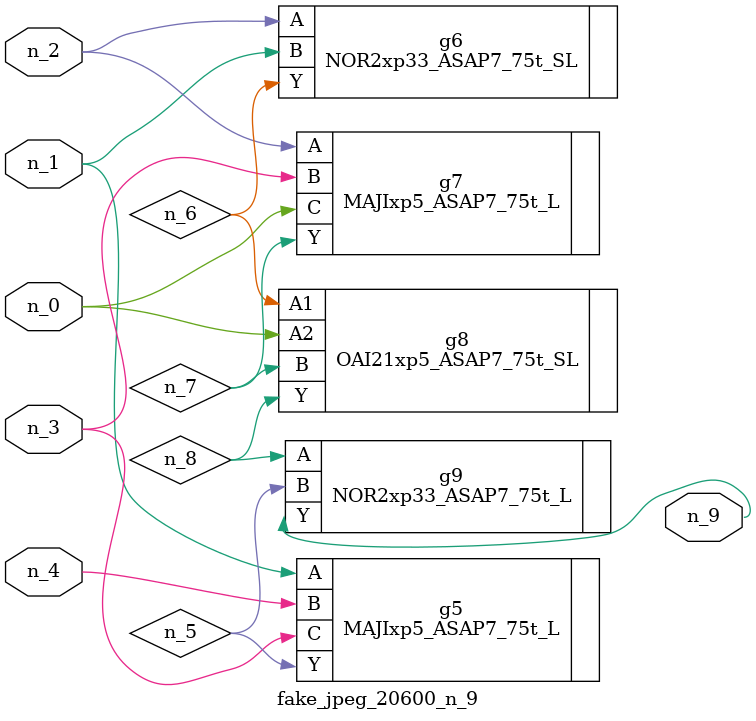
<source format=v>
module fake_jpeg_20600_n_9 (n_3, n_2, n_1, n_0, n_4, n_9);

input n_3;
input n_2;
input n_1;
input n_0;
input n_4;

output n_9;

wire n_8;
wire n_6;
wire n_5;
wire n_7;

MAJIxp5_ASAP7_75t_L g5 ( 
.A(n_1),
.B(n_4),
.C(n_3),
.Y(n_5)
);

NOR2xp33_ASAP7_75t_SL g6 ( 
.A(n_2),
.B(n_1),
.Y(n_6)
);

MAJIxp5_ASAP7_75t_L g7 ( 
.A(n_2),
.B(n_3),
.C(n_0),
.Y(n_7)
);

OAI21xp5_ASAP7_75t_SL g8 ( 
.A1(n_6),
.A2(n_0),
.B(n_7),
.Y(n_8)
);

NOR2xp33_ASAP7_75t_L g9 ( 
.A(n_8),
.B(n_5),
.Y(n_9)
);


endmodule
</source>
